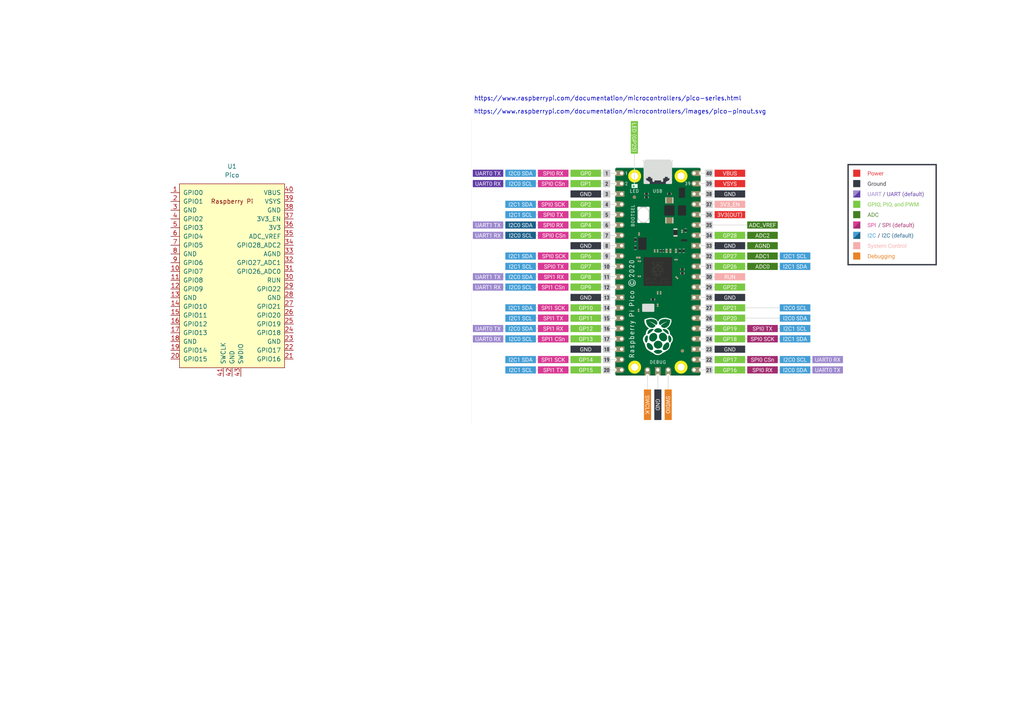
<source format=kicad_sch>
(kicad_sch (version 20231120) (generator "eeschema") (generator_version "8.0")
  (paper "A4")
  (lib_symbols
    (symbol "RPi_Pico:Pico" (pin_names (offset 1.016))
      (property "Reference" "U" (at -13.97 27.94 0))
      (property "Value" "Pico" (at 0 19.05 0))
      (symbol "Pico_0_0"
        (text "Raspberry Pi" (at 0 21.59 0) (effects (font (size 1.27 1.27))))
      )
      (symbol "Pico_0_1"
        (rectangle (start -15.24 26.67) (end 15.24 -26.67) (fill (type background)))
      )
      (symbol "Pico_1_1"
        (pin bidirectional line (at -17.78 24.13 0) (length 2.54) (name "GPIO0") (number "1"))
        (pin bidirectional line (at -17.78 1.27 0) (length 2.54) (name "GPIO7") (number "10"))
        (pin bidirectional line (at -17.78 -1.27 0) (length 2.54) (name "GPIO8") (number "11"))
        (pin bidirectional line (at -17.78 -3.81 0) (length 2.54) (name "GPIO9") (number "12"))
        (pin power_in line (at -17.78 -6.35 0) (length 2.54) (name "GND") (number "13"))
        (pin bidirectional line (at -17.78 -8.89 0) (length 2.54) (name "GPIO10") (number "14"))
        (pin bidirectional line (at -17.78 -11.43 0) (length 2.54) (name "GPIO11") (number "15"))
        (pin bidirectional line (at -17.78 -13.97 0) (length 2.54) (name "GPIO12") (number "16"))
        (pin bidirectional line (at -17.78 -16.51 0) (length 2.54) (name "GPIO13") (number "17"))
        (pin power_in line (at -17.78 -19.05 0) (length 2.54) (name "GND") (number "18"))
        (pin bidirectional line (at -17.78 -21.59 0) (length 2.54) (name "GPIO14") (number "19"))
        (pin bidirectional line (at -17.78 21.59 0) (length 2.54) (name "GPIO1") (number "2"))
        (pin bidirectional line (at -17.78 -24.13 0) (length 2.54) (name "GPIO15") (number "20"))
        (pin bidirectional line (at 17.78 -24.13 180) (length 2.54) (name "GPIO16") (number "21"))
        (pin bidirectional line (at 17.78 -21.59 180) (length 2.54) (name "GPIO17") (number "22"))
        (pin power_in line (at 17.78 -19.05 180) (length 2.54) (name "GND") (number "23"))
        (pin bidirectional line (at 17.78 -16.51 180) (length 2.54) (name "GPIO18") (number "24"))
        (pin bidirectional line (at 17.78 -13.97 180) (length 2.54) (name "GPIO19") (number "25"))
        (pin bidirectional line (at 17.78 -11.43 180) (length 2.54) (name "GPIO20") (number "26"))
        (pin bidirectional line (at 17.78 -8.89 180) (length 2.54) (name "GPIO21") (number "27"))
        (pin power_in line (at 17.78 -6.35 180) (length 2.54) (name "GND") (number "28"))
        (pin bidirectional line (at 17.78 -3.81 180) (length 2.54) (name "GPIO22") (number "29"))
        (pin power_in line (at -17.78 19.05 0) (length 2.54) (name "GND") (number "3"))
        (pin input line (at 17.78 -1.27 180) (length 2.54) (name "RUN") (number "30"))
        (pin bidirectional line (at 17.78 1.27 180) (length 2.54) (name "GPIO26_ADC0") (number "31"))
        (pin bidirectional line (at 17.78 3.81 180) (length 2.54) (name "GPIO27_ADC1") (number "32"))
        (pin power_in line (at 17.78 6.35 180) (length 2.54) (name "AGND") (number "33"))
        (pin bidirectional line (at 17.78 8.89 180) (length 2.54) (name "GPIO28_ADC2") (number "34"))
        (pin unspecified line (at 17.78 11.43 180) (length 2.54) (name "ADC_VREF") (number "35"))
        (pin unspecified line (at 17.78 13.97 180) (length 2.54) (name "3V3") (number "36"))
        (pin input line (at 17.78 16.51 180) (length 2.54) (name "3V3_EN") (number "37"))
        (pin bidirectional line (at 17.78 19.05 180) (length 2.54) (name "GND") (number "38"))
        (pin unspecified line (at 17.78 21.59 180) (length 2.54) (name "VSYS") (number "39"))
        (pin bidirectional line (at -17.78 16.51 0) (length 2.54) (name "GPIO2") (number "4"))
        (pin unspecified line (at 17.78 24.13 180) (length 2.54) (name "VBUS") (number "40"))
        (pin input line (at -2.54 -29.21 90) (length 2.54) (name "SWCLK") (number "41"))
        (pin power_in line (at 0 -29.21 90) (length 2.54) (name "GND") (number "42"))
        (pin bidirectional line (at 2.54 -29.21 90) (length 2.54) (name "SWDIO") (number "43"))
        (pin bidirectional line (at -17.78 13.97 0) (length 2.54) (name "GPIO3") (number "5"))
        (pin bidirectional line (at -17.78 11.43 0) (length 2.54) (name "GPIO4") (number "6"))
        (pin bidirectional line (at -17.78 8.89 0) (length 2.54) (name "GPIO5") (number "7"))
        (pin power_in line (at -17.78 6.35 0) (length 2.54) (name "GND") (number "8"))
        (pin bidirectional line (at -17.78 3.81 0) (length 2.54) (name "GPIO6") (number "9"))
      )
    )
  )
  (image (at 204.47 78.74) (scale 0.298924))
  (text "https://www.raspberrypi.com/documentation/microcontrollers/pico-series.html" (at 176.276 28.702 0) (effects (font (size 1.27 1.27))))
  (text "https://www.raspberrypi.com/documentation/microcontrollers/images/pico-pinout.svg" (at 179.832 32.512 0) (effects (font (size 1.27 1.27))))
  (symbol (lib_id "RPi_Pico:Pico") (at 67.31 80.01 0) (unit 1)
    (property "Reference" "U1" (at 67.31 48.26 0))
    (property "Value" "Pico" (at 67.31 50.8 0))
    (property "Footprint" "RPi_Pico:RPi_Pico_SMD_TH" (effects (hide yes)))
  )
)
</source>
